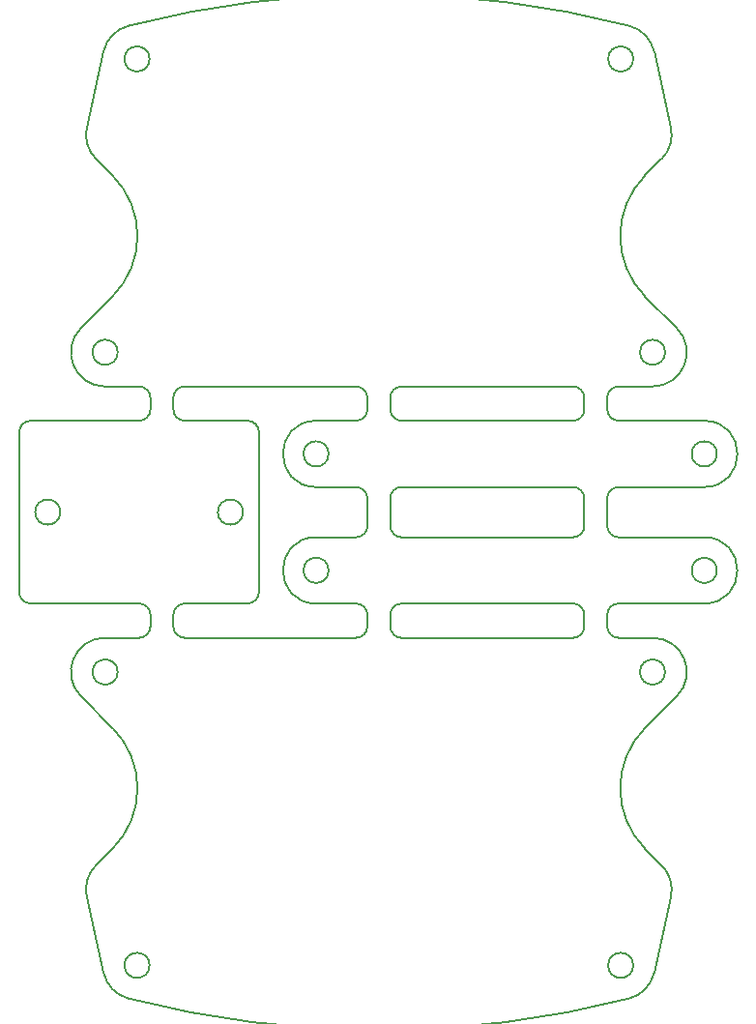
<source format=gbr>
%TF.GenerationSoftware,KiCad,Pcbnew,7.0.11*%
%TF.CreationDate,2025-06-25T00:44:36+09:00*%
%TF.ProjectId,1stLayer_Power,3173744c-6179-4657-925f-506f7765722e,rev?*%
%TF.SameCoordinates,Original*%
%TF.FileFunction,Profile,NP*%
%FSLAX46Y46*%
G04 Gerber Fmt 4.6, Leading zero omitted, Abs format (unit mm)*
G04 Created by KiCad (PCBNEW 7.0.11) date 2025-06-25 00:44:36*
%MOMM*%
%LPD*%
G01*
G04 APERTURE LIST*
%TA.AperFunction,Profile*%
%ADD10C,0.200000*%
%TD*%
G04 APERTURE END LIST*
D10*
X104799080Y-105910000D02*
G75*
G03*
X102677760Y-111031321I-5J-2999998D01*
G01*
X126770000Y-86910000D02*
G75*
G03*
X127770000Y-85910000I1J999999D01*
G01*
X146770000Y-96110000D02*
X146770000Y-93710000D01*
X146770000Y-104910000D02*
X146770000Y-103910000D01*
X127770000Y-85910000D02*
X127770000Y-84910000D01*
X104000720Y-63989605D02*
X105435476Y-65424361D01*
X127770000Y-103910000D02*
G75*
G03*
X126770000Y-102910000I-999999J1D01*
G01*
X145770000Y-86910000D02*
G75*
G03*
X146770000Y-85910000I0J1000000D01*
G01*
X158370000Y-89810000D02*
G75*
G03*
X156170000Y-89810000I-1100000J0D01*
G01*
X156170000Y-89810000D02*
G75*
G03*
X158370000Y-89810000I1100000J0D01*
G01*
X110770000Y-103910001D02*
X110770000Y-104910001D01*
X150696396Y-52324649D02*
G75*
G03*
X106843604Y-52324649I-21926396J-85224598D01*
G01*
X116869999Y-94910000D02*
G75*
G03*
X114670001Y-94910000I-1099999J0D01*
G01*
X114670001Y-94910000D02*
G75*
G03*
X116869999Y-94910000I1099999J0D01*
G01*
X105899080Y-80910000D02*
G75*
G03*
X103699080Y-80910000I-1100000J0D01*
G01*
X103699080Y-80910000D02*
G75*
G03*
X105899080Y-80910000I1100000J0D01*
G01*
X104661963Y-54581814D02*
X103192909Y-61220066D01*
X129770000Y-96110000D02*
G75*
G03*
X130770000Y-97110000I1000000J0D01*
G01*
X158370000Y-100010000D02*
G75*
G03*
X156170000Y-100010000I-1100000J0D01*
G01*
X156170000Y-100010000D02*
G75*
G03*
X158370000Y-100010000I1100000J0D01*
G01*
X152104524Y-113789037D02*
X154862240Y-111031321D01*
X126770000Y-97110000D02*
X123270000Y-97110000D01*
X129770000Y-93710000D02*
X129770000Y-96110000D01*
X123270000Y-92710000D02*
X126770000Y-92710000D01*
X108691095Y-55230033D02*
G75*
G03*
X106491095Y-55230033I-1100000J0D01*
G01*
X106491095Y-55230033D02*
G75*
G03*
X108691095Y-55230033I1100000J0D01*
G01*
X129770000Y-84910000D02*
X129770000Y-85910000D01*
X152104526Y-113789039D02*
G75*
G03*
X152104524Y-124395639I5303314J-5303301D01*
G01*
X148770000Y-85910000D02*
G75*
G03*
X149770000Y-86910000I1000000J0D01*
G01*
X126770000Y-105910000D02*
X111770000Y-105910001D01*
X130770000Y-102910000D02*
G75*
G03*
X129770000Y-103910000I0J-1000000D01*
G01*
X146770000Y-85910000D02*
X146770000Y-84910000D01*
X111770000Y-102910001D02*
X117270001Y-102910000D01*
X97270002Y-87910000D02*
X97270002Y-101910000D01*
X150696395Y-137495349D02*
G75*
G03*
X152878036Y-135238186I-747515J2905409D01*
G01*
X97270002Y-101910000D02*
G75*
G03*
X98270001Y-102910000I999998J-2D01*
G01*
X117270001Y-102910000D02*
G75*
G03*
X118270001Y-101910000I1J999999D01*
G01*
X104661964Y-135238186D02*
G75*
G03*
X106843604Y-137495350I2929116J648205D01*
G01*
X130770000Y-83910000D02*
X145770000Y-83910000D01*
X152740920Y-105910000D02*
X149770000Y-105910000D01*
X153539280Y-125830395D02*
X152104524Y-124395639D01*
X130770000Y-102910000D02*
X145770000Y-102910000D01*
X127770000Y-96110000D02*
X127770000Y-93710000D01*
X154347050Y-128599925D02*
G75*
G03*
X153539280Y-125830395I-2928850J648325D01*
G01*
X130770000Y-83910000D02*
G75*
G03*
X129770000Y-84910000I0J-1000000D01*
G01*
X103192910Y-61220066D02*
G75*
G03*
X104000720Y-63989605I2928943J-648274D01*
G01*
X146770000Y-103910000D02*
G75*
G03*
X145770000Y-102910000I-1000000J0D01*
G01*
X152104524Y-65424361D02*
X153539280Y-63989605D01*
X152878037Y-135238186D02*
X154347091Y-128599934D01*
X104799080Y-83910000D02*
X107770000Y-83910000D01*
X126770000Y-105910000D02*
G75*
G03*
X127770000Y-104910000I1J999999D01*
G01*
X151048905Y-134589967D02*
G75*
G03*
X148848905Y-134589967I-1100000J0D01*
G01*
X148848905Y-134589967D02*
G75*
G03*
X151048905Y-134589967I1100000J0D01*
G01*
X154347091Y-61220066D02*
X152878037Y-54581814D01*
X157270001Y-92710000D02*
G75*
G03*
X157270001Y-86910000I-1J2900000D01*
G01*
X111770000Y-102910001D02*
G75*
G03*
X110770000Y-103910001I-1J-999999D01*
G01*
X106843604Y-52324650D02*
G75*
G03*
X104661963Y-54581814I747531J-2905423D01*
G01*
X118270001Y-101910000D02*
X118270001Y-87910000D01*
X123270000Y-86910000D02*
G75*
G03*
X123270000Y-92710000I1J-2900000D01*
G01*
X152740920Y-83910000D02*
G75*
G03*
X154862240Y-78788679I0J3000000D01*
G01*
X108770000Y-103910001D02*
G75*
G03*
X107770000Y-102910001I-999999J1D01*
G01*
X102677760Y-111031321D02*
X105435476Y-113789037D01*
X148770000Y-93710000D02*
X148770000Y-96110000D01*
X127770000Y-84910000D02*
G75*
G03*
X126770000Y-83910000I-999999J1D01*
G01*
X149770000Y-102910000D02*
G75*
G03*
X148770000Y-103910000I0J-1000000D01*
G01*
X110770000Y-85910001D02*
G75*
G03*
X111770000Y-86910001I999999J-1D01*
G01*
X152104522Y-65424359D02*
G75*
G03*
X152104524Y-76030963I5303298J-5303301D01*
G01*
X157270001Y-86910000D02*
X149770000Y-86910000D01*
X148770000Y-84910000D02*
X148770000Y-85910000D01*
X149770000Y-83910000D02*
X152740920Y-83910000D01*
X102677759Y-78788678D02*
G75*
G03*
X104799080Y-83910000I2121324J-2121320D01*
G01*
X148770000Y-96110000D02*
G75*
G03*
X149770000Y-97110000I1000000J0D01*
G01*
X107770000Y-86910001D02*
X98270001Y-86910000D01*
X107770000Y-105910001D02*
G75*
G03*
X108770000Y-104910001I1J999999D01*
G01*
X149770000Y-92710000D02*
G75*
G03*
X148770000Y-93710000I0J-1000000D01*
G01*
X106843604Y-137495351D02*
G75*
G03*
X150696396Y-137495351I21926396J85224598D01*
G01*
X153840920Y-108910000D02*
G75*
G03*
X151640920Y-108910000I-1100000J0D01*
G01*
X151640920Y-108910000D02*
G75*
G03*
X153840920Y-108910000I1100000J0D01*
G01*
X103192909Y-128599934D02*
X104661963Y-135238186D01*
X145770000Y-105910000D02*
X130770000Y-105910000D01*
X108770000Y-85910001D02*
X108770000Y-84910001D01*
X108770000Y-84910001D02*
G75*
G03*
X107770000Y-83910001I-999999J1D01*
G01*
X149770000Y-92710000D02*
X157270001Y-92710000D01*
X100870000Y-94910000D02*
G75*
G03*
X98670002Y-94910000I-1099999J0D01*
G01*
X98670002Y-94910000D02*
G75*
G03*
X100870000Y-94910000I1099999J0D01*
G01*
X123270000Y-102910000D02*
X126770000Y-102910000D01*
X111770000Y-83910001D02*
X126770000Y-83910000D01*
X98270001Y-86910000D02*
G75*
G03*
X97270002Y-87910000I2J-1000001D01*
G01*
X146770000Y-84910000D02*
G75*
G03*
X145770000Y-83910000I-1000000J0D01*
G01*
X157270000Y-102910000D02*
G75*
G03*
X157270001Y-97110000I0J2900000D01*
G01*
X118270001Y-87910000D02*
G75*
G03*
X117270001Y-86910000I-999999J1D01*
G01*
X148770000Y-104910000D02*
G75*
G03*
X149770000Y-105910000I1000000J0D01*
G01*
X153840920Y-80910000D02*
G75*
G03*
X151640920Y-80910000I-1100000J0D01*
G01*
X151640920Y-80910000D02*
G75*
G03*
X153840920Y-80910000I1100000J0D01*
G01*
X151048905Y-55230033D02*
G75*
G03*
X148848905Y-55230033I-1100000J0D01*
G01*
X148848905Y-55230033D02*
G75*
G03*
X151048905Y-55230033I1100000J0D01*
G01*
X129770000Y-104910000D02*
G75*
G03*
X130770000Y-105910000I1000000J0D01*
G01*
X148770000Y-103910000D02*
X148770000Y-104910000D01*
X126770000Y-86910000D02*
X123270000Y-86910000D01*
X108770000Y-104910001D02*
X108770000Y-103910001D01*
X124370001Y-100010000D02*
G75*
G03*
X122170001Y-100010000I-1100000J0D01*
G01*
X122170001Y-100010000D02*
G75*
G03*
X124370001Y-100010000I1100000J0D01*
G01*
X127770000Y-104910000D02*
X127770000Y-103910000D01*
X145770000Y-86910000D02*
X130770000Y-86910000D01*
X107770000Y-105910001D02*
X104799080Y-105910000D01*
X130770000Y-92710000D02*
G75*
G03*
X129770000Y-93710000I0J-1000000D01*
G01*
X105435476Y-76030963D02*
X102677760Y-78788679D01*
X105435476Y-124395639D02*
X104000720Y-125830395D01*
X124370000Y-89810001D02*
G75*
G03*
X122170000Y-89810001I-1100000J0D01*
G01*
X122170000Y-89810001D02*
G75*
G03*
X124370000Y-89810001I1100000J0D01*
G01*
X105899080Y-108910000D02*
G75*
G03*
X103699080Y-108910000I-1100000J0D01*
G01*
X103699080Y-108910000D02*
G75*
G03*
X105899080Y-108910000I1100000J0D01*
G01*
X154862240Y-78788679D02*
X152104524Y-76030963D01*
X105435476Y-76030963D02*
G75*
G03*
X105435476Y-65424361I-5303305J5303301D01*
G01*
X127770000Y-93710000D02*
G75*
G03*
X126770000Y-92710000I-999999J1D01*
G01*
X105435476Y-124395639D02*
G75*
G03*
X105435476Y-113789037I-5303298J5303301D01*
G01*
X111770000Y-83910001D02*
G75*
G03*
X110770000Y-84910001I-1J-999999D01*
G01*
X149770000Y-83910000D02*
G75*
G03*
X148770000Y-84910000I0J-1000000D01*
G01*
X129770000Y-103910000D02*
X129770000Y-104910000D01*
X104000720Y-125830395D02*
G75*
G03*
X103192910Y-128599934I2121445J-2121356D01*
G01*
X117270001Y-86910000D02*
X111770000Y-86910001D01*
X145770000Y-97110000D02*
X130770000Y-97110000D01*
X126770000Y-97110000D02*
G75*
G03*
X127770000Y-96110000I1J999999D01*
G01*
X123270000Y-97110000D02*
G75*
G03*
X123270001Y-102910000I1J-2900000D01*
G01*
X98270001Y-102910000D02*
X107770000Y-102910001D01*
X145770000Y-105910000D02*
G75*
G03*
X146770000Y-104910000I0J1000000D01*
G01*
X146770000Y-93710000D02*
G75*
G03*
X145770000Y-92710000I-1000000J0D01*
G01*
X110770000Y-104910001D02*
G75*
G03*
X111770000Y-105910001I999999J-1D01*
G01*
X153539281Y-63989606D02*
G75*
G03*
X154347090Y-61220066I-2121451J2121356D01*
G01*
X154862230Y-111031311D02*
G75*
G03*
X152740920Y-105910000I-2121330J2121311D01*
G01*
X110770000Y-84910001D02*
X110770000Y-85910001D01*
X149770000Y-102910000D02*
X157270000Y-102910000D01*
X107770000Y-86910001D02*
G75*
G03*
X108770000Y-85910001I1J999999D01*
G01*
X130770000Y-92710000D02*
X145770000Y-92710000D01*
X129770000Y-85910000D02*
G75*
G03*
X130770000Y-86910000I1000000J0D01*
G01*
X152878009Y-54581820D02*
G75*
G03*
X150696396Y-52324649I-2929109J-648180D01*
G01*
X157270001Y-97110000D02*
X149770000Y-97110000D01*
X145770000Y-97110000D02*
G75*
G03*
X146770000Y-96110000I0J1000000D01*
G01*
X108691095Y-134589967D02*
G75*
G03*
X106491095Y-134589967I-1100000J0D01*
G01*
X106491095Y-134589967D02*
G75*
G03*
X108691095Y-134589967I1100000J0D01*
G01*
M02*

</source>
